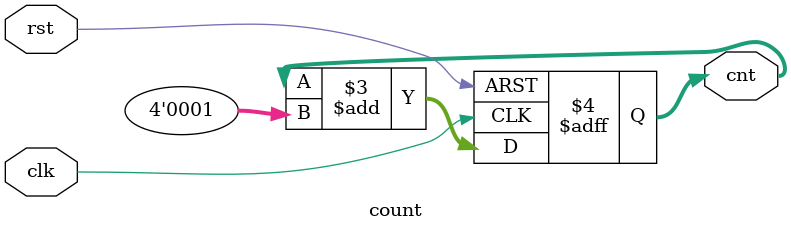
<source format=v>
/******************************************************************************************
Author:  熊康
E-mail： 1390000666@qq.com
Device:  DSE-EP2C5
Tool:    Quartus 9.0
Function:计数器（记录1的个数）
Version: 2022-2-24 v1.0
********************************************************************************************/
module count(clk,rst,cnt);
input clk;
input rst;
output reg [3:0] cnt;

always @(posedge clk or negedge rst)
	begin
		if(!rst)
			cnt<=0;
		else begin
			cnt <= cnt + 4'b0001;
		end
	end


endmodule

</source>
